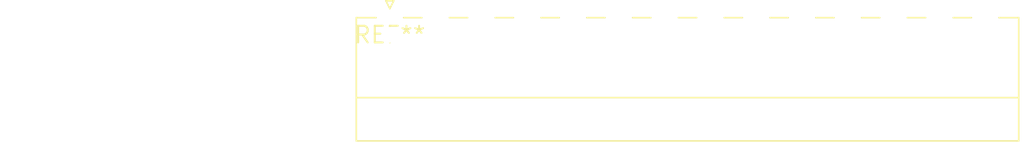
<source format=kicad_pcb>
(kicad_pcb (version 20240108) (generator pcbnew)
  (layers (0 "F.Cu" signal) (31 "B.Cu" signal) (34 "B.Paste" user) (35 "F.Paste" user) (36 "B.SilkS" user "B.Silkscreen") (37 "F.SilkS" user "F.Silkscreen") (38 "B.Mask" user) (39 "F.Mask" user) (44 "Edge.Cuts" user))
  (net 0 "")
  (footprint "PhoenixContact_MC_1,5_14-G-3.5_1x14_P3.50mm_Horizontal" (layer "F.Cu") (at 0 0)
    (property "Reference" "REF**")
    (property "Value" "PhoenixContact_MC_1,5_14-G-3.5_1x14_P3.50mm_Horizontal")
    (fp_line (start -2.56 -1.31) (end -2.56 8.11) (layer "F.SilkS") (stroke (width 0.12)))
    (fp_line (start -2.56 -1.31) (end -1.05 -1.31) (layer "F.SilkS") (stroke (width 0.12)))
    (fp_line (start -2.56 4.8) (end 48.06 4.8) (layer "F.SilkS") (stroke (width 0.12)))
    (fp_line (start -2.56 8.11) (end 48.06 8.11) (layer "F.SilkS") (stroke (width 0.12)))
    (fp_line (start -0.3 -2.6) (end 0.3 -2.6) (layer "F.SilkS") (stroke (width 0.12)))
    (fp_line (start 0 -2) (end -0.3 -2.6) (layer "F.SilkS") (stroke (width 0.12)))
    (fp_line (start 0.3 -2.6) (end 0 -2) (layer "F.SilkS") (stroke (width 0.12)))
    (fp_line (start 1.05 -1.31) (end 2.45 -1.31) (layer "F.SilkS") (stroke (width 0.12)))
    (fp_line (start 4.55 -1.31) (end 5.95 -1.31) (layer "F.SilkS") (stroke (width 0.12)))
    (fp_line (start 8.05 -1.31) (end 9.45 -1.31) (layer "F.SilkS") (stroke (width 0.12)))
    (fp_line (start 11.55 -1.31) (end 12.95 -1.31) (layer "F.SilkS") (stroke (width 0.12)))
    (fp_line (start 15.05 -1.31) (end 16.45 -1.31) (layer "F.SilkS") (stroke (width 0.12)))
    (fp_line (start 18.55 -1.31) (end 19.95 -1.31) (layer "F.SilkS") (stroke (width 0.12)))
    (fp_line (start 22.05 -1.31) (end 23.45 -1.31) (layer "F.SilkS") (stroke (width 0.12)))
    (fp_line (start 25.55 -1.31) (end 26.95 -1.31) (layer "F.SilkS") (stroke (width 0.12)))
    (fp_line (start 29.05 -1.31) (end 30.45 -1.31) (layer "F.SilkS") (stroke (width 0.12)))
    (fp_line (start 32.55 -1.31) (end 33.95 -1.31) (layer "F.SilkS") (stroke (width 0.12)))
    (fp_line (start 36.05 -1.31) (end 37.45 -1.31) (layer "F.SilkS") (stroke (width 0.12)))
    (fp_line (start 39.55 -1.31) (end 40.95 -1.31) (layer "F.SilkS") (stroke (width 0.12)))
    (fp_line (start 43.05 -1.31) (end 44.45 -1.31) (layer "F.SilkS") (stroke (width 0.12)))
    (fp_line (start 48.06 -1.31) (end 46.55 -1.31) (layer "F.SilkS") (stroke (width 0.12)))
    (fp_line (start 48.06 8.11) (end 48.06 -1.31) (layer "F.SilkS") (stroke (width 0.12)))
    (pad "1" thru_hole roundrect (at 0 0) (size 1.8 3.6) (drill 1.2) (layers *.Cu *.Mask) (remove_unused_layers) (roundrect_rratio 0.138889))
    (pad "2" thru_hole oval (at 3.5 0) (size 1.8 3.6) (drill 1.2) (layers *.Cu *.Mask) (remove_unused_layers))
    (pad "3" thru_hole oval (at 7 0) (size 1.8 3.6) (drill 1.2) (layers *.Cu *.Mask) (remove_unused_layers))
    (pad "4" thru_hole oval (at 10.5 0) (size 1.8 3.6) (drill 1.2) (layers *.Cu *.Mask) (remove_unused_layers))
    (pad "5" thru_hole oval (at 14 0) (size 1.8 3.6) (drill 1.2) (layers *.Cu *.Mask) (remove_unused_layers))
    (pad "6" thru_hole oval (at 17.5 0) (size 1.8 3.6) (drill 1.2) (layers *.Cu *.Mask) (remove_unused_layers))
    (pad "7" thru_hole oval (at 21 0) (size 1.8 3.6) (drill 1.2) (layers *.Cu *.Mask) (remove_unused_layers))
    (pad "8" thru_hole oval (at 24.5 0) (size 1.8 3.6) (drill 1.2) (layers *.Cu *.Mask) (remove_unused_layers))
    (pad "9" thru_hole oval (at 28 0) (size 1.8 3.6) (drill 1.2) (layers *.Cu *.Mask) (remove_unused_layers))
    (pad "10" thru_hole oval (at 31.5 0) (size 1.8 3.6) (drill 1.2) (layers *.Cu *.Mask) (remove_unused_layers))
    (pad "11" thru_hole oval (at 35 0) (size 1.8 3.6) (drill 1.2) (layers *.Cu *.Mask) (remove_unused_layers))
    (pad "12" thru_hole oval (at 38.5 0) (size 1.8 3.6) (drill 1.2) (layers *.Cu *.Mask) (remove_unused_layers))
    (pad "13" thru_hole oval (at 42 0) (size 1.8 3.6) (drill 1.2) (layers *.Cu *.Mask) (remove_unused_layers))
    (pad "14" thru_hole oval (at 45.5 0) (size 1.8 3.6) (drill 1.2) (layers *.Cu *.Mask) (remove_unused_layers))
  )
)
</source>
